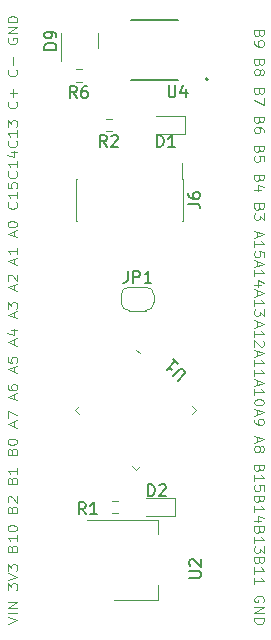
<source format=gbr>
%TF.GenerationSoftware,KiCad,Pcbnew,(6.0.1)*%
%TF.CreationDate,2022-02-14T12:01:51-05:00*%
%TF.ProjectId,demo,64656d6f-2e6b-4696-9361-645f70636258,rev?*%
%TF.SameCoordinates,Original*%
%TF.FileFunction,Legend,Top*%
%TF.FilePolarity,Positive*%
%FSLAX46Y46*%
G04 Gerber Fmt 4.6, Leading zero omitted, Abs format (unit mm)*
G04 Created by KiCad (PCBNEW (6.0.1)) date 2022-02-14 12:01:51*
%MOMM*%
%LPD*%
G01*
G04 APERTURE LIST*
%ADD10C,0.100000*%
%ADD11C,0.150000*%
%ADD12C,0.120000*%
%ADD13C,0.127000*%
%ADD14C,0.200000*%
G04 APERTURE END LIST*
D10*
X163950666Y-83959714D02*
X163950666Y-84388285D01*
X163722095Y-83874000D02*
X164522095Y-84174000D01*
X163722095Y-84474000D01*
X163722095Y-85245428D02*
X163722095Y-84731142D01*
X163722095Y-84988285D02*
X164522095Y-84988285D01*
X164407809Y-84902571D01*
X164331619Y-84816857D01*
X164293523Y-84731142D01*
X164445904Y-85588285D02*
X164484000Y-85631142D01*
X164522095Y-85716857D01*
X164522095Y-85931142D01*
X164484000Y-86016857D01*
X164445904Y-86059714D01*
X164369714Y-86102571D01*
X164293523Y-86102571D01*
X164179238Y-86059714D01*
X163722095Y-85545428D01*
X163722095Y-86102571D01*
X163950666Y-86445428D02*
X163950666Y-86874000D01*
X163722095Y-86359714D02*
X164522095Y-86659714D01*
X163722095Y-86959714D01*
X163722095Y-87731142D02*
X163722095Y-87216857D01*
X163722095Y-87474000D02*
X164522095Y-87474000D01*
X164407809Y-87388285D01*
X164331619Y-87302571D01*
X164293523Y-87216857D01*
X163722095Y-88588285D02*
X163722095Y-88074000D01*
X163722095Y-88331142D02*
X164522095Y-88331142D01*
X164407809Y-88245428D01*
X164331619Y-88159714D01*
X164293523Y-88074000D01*
X163950666Y-88931142D02*
X163950666Y-89359714D01*
X163722095Y-88845428D02*
X164522095Y-89145428D01*
X163722095Y-89445428D01*
X163722095Y-90216857D02*
X163722095Y-89702571D01*
X163722095Y-89959714D02*
X164522095Y-89959714D01*
X164407809Y-89874000D01*
X164331619Y-89788285D01*
X164293523Y-89702571D01*
X164522095Y-90774000D02*
X164522095Y-90859714D01*
X164484000Y-90945428D01*
X164445904Y-90988285D01*
X164369714Y-91031142D01*
X164217333Y-91074000D01*
X164026857Y-91074000D01*
X163874476Y-91031142D01*
X163798285Y-90988285D01*
X163760190Y-90945428D01*
X163722095Y-90859714D01*
X163722095Y-90774000D01*
X163760190Y-90688285D01*
X163798285Y-90645428D01*
X163874476Y-90602571D01*
X164026857Y-90559714D01*
X164217333Y-90559714D01*
X164369714Y-90602571D01*
X164445904Y-90645428D01*
X164484000Y-90688285D01*
X164522095Y-90774000D01*
X163950666Y-91416857D02*
X163950666Y-91845428D01*
X163722095Y-91331142D02*
X164522095Y-91631142D01*
X163722095Y-91931142D01*
X163722095Y-92274000D02*
X163722095Y-92445428D01*
X163760190Y-92531142D01*
X163798285Y-92574000D01*
X163912571Y-92659714D01*
X164064952Y-92702571D01*
X164369714Y-92702571D01*
X164445904Y-92659714D01*
X164484000Y-92616857D01*
X164522095Y-92531142D01*
X164522095Y-92359714D01*
X164484000Y-92274000D01*
X164445904Y-92231142D01*
X164369714Y-92188285D01*
X164179238Y-92188285D01*
X164103047Y-92231142D01*
X164064952Y-92274000D01*
X164026857Y-92359714D01*
X164026857Y-92531142D01*
X164064952Y-92616857D01*
X164103047Y-92659714D01*
X164179238Y-92702571D01*
X163950666Y-93731142D02*
X163950666Y-94159714D01*
X163722095Y-93645428D02*
X164522095Y-93945428D01*
X163722095Y-94245428D01*
X164179238Y-94674000D02*
X164217333Y-94588285D01*
X164255428Y-94545428D01*
X164331619Y-94502571D01*
X164369714Y-94502571D01*
X164445904Y-94545428D01*
X164484000Y-94588285D01*
X164522095Y-94674000D01*
X164522095Y-94845428D01*
X164484000Y-94931142D01*
X164445904Y-94974000D01*
X164369714Y-95016857D01*
X164331619Y-95016857D01*
X164255428Y-94974000D01*
X164217333Y-94931142D01*
X164179238Y-94845428D01*
X164179238Y-94674000D01*
X164141142Y-94588285D01*
X164103047Y-94545428D01*
X164026857Y-94502571D01*
X163874476Y-94502571D01*
X163798285Y-94545428D01*
X163760190Y-94588285D01*
X163722095Y-94674000D01*
X163722095Y-94845428D01*
X163760190Y-94931142D01*
X163798285Y-94974000D01*
X163874476Y-95016857D01*
X164026857Y-95016857D01*
X164103047Y-94974000D01*
X164141142Y-94931142D01*
X164179238Y-94845428D01*
X164141142Y-96388285D02*
X164103047Y-96516857D01*
X164064952Y-96559714D01*
X163988761Y-96602571D01*
X163874476Y-96602571D01*
X163798285Y-96559714D01*
X163760190Y-96516857D01*
X163722095Y-96431142D01*
X163722095Y-96088285D01*
X164522095Y-96088285D01*
X164522095Y-96388285D01*
X164484000Y-96473999D01*
X164445904Y-96516857D01*
X164369714Y-96559714D01*
X164293523Y-96559714D01*
X164217333Y-96516857D01*
X164179238Y-96473999D01*
X164141142Y-96388285D01*
X164141142Y-96088285D01*
X163722095Y-97459714D02*
X163722095Y-96945428D01*
X163722095Y-97202571D02*
X164522095Y-97202571D01*
X164407809Y-97116857D01*
X164331619Y-97031142D01*
X164293523Y-96945428D01*
X164522095Y-98273999D02*
X164522095Y-97845428D01*
X164141142Y-97802571D01*
X164179238Y-97845428D01*
X164217333Y-97931142D01*
X164217333Y-98145428D01*
X164179238Y-98231142D01*
X164141142Y-98273999D01*
X164064952Y-98316857D01*
X163874476Y-98316857D01*
X163798285Y-98273999D01*
X163760190Y-98231142D01*
X163722095Y-98145428D01*
X163722095Y-97931142D01*
X163760190Y-97845428D01*
X163798285Y-97802571D01*
X164141142Y-99002571D02*
X164103047Y-99131142D01*
X164064952Y-99173999D01*
X163988761Y-99216857D01*
X163874476Y-99216857D01*
X163798285Y-99173999D01*
X163760190Y-99131142D01*
X163722095Y-99045428D01*
X163722095Y-98702571D01*
X164522095Y-98702571D01*
X164522095Y-99002571D01*
X164484000Y-99088285D01*
X164445904Y-99131142D01*
X164369714Y-99173999D01*
X164293523Y-99173999D01*
X164217333Y-99131142D01*
X164179238Y-99088285D01*
X164141142Y-99002571D01*
X164141142Y-98702571D01*
X163722095Y-100073999D02*
X163722095Y-99559714D01*
X163722095Y-99816857D02*
X164522095Y-99816857D01*
X164407809Y-99731142D01*
X164331619Y-99645428D01*
X164293523Y-99559714D01*
X164255428Y-100845428D02*
X163722095Y-100845428D01*
X164560190Y-100631142D02*
X163988761Y-100416857D01*
X163988761Y-100973999D01*
X164141142Y-101616857D02*
X164103047Y-101745428D01*
X164064952Y-101788285D01*
X163988761Y-101831142D01*
X163874476Y-101831142D01*
X163798285Y-101788285D01*
X163760190Y-101745428D01*
X163722095Y-101659714D01*
X163722095Y-101316857D01*
X164522095Y-101316857D01*
X164522095Y-101616857D01*
X164484000Y-101702571D01*
X164445904Y-101745428D01*
X164369714Y-101788285D01*
X164293523Y-101788285D01*
X164217333Y-101745428D01*
X164179238Y-101702571D01*
X164141142Y-101616857D01*
X164141142Y-101316857D01*
X163722095Y-102688285D02*
X163722095Y-102173999D01*
X163722095Y-102431142D02*
X164522095Y-102431142D01*
X164407809Y-102345428D01*
X164331619Y-102259714D01*
X164293523Y-102173999D01*
X164522095Y-102988285D02*
X164522095Y-103545428D01*
X164217333Y-103245428D01*
X164217333Y-103373999D01*
X164179238Y-103459714D01*
X164141142Y-103502571D01*
X164064952Y-103545428D01*
X163874476Y-103545428D01*
X163798285Y-103502571D01*
X163760190Y-103459714D01*
X163722095Y-103373999D01*
X163722095Y-103116857D01*
X163760190Y-103031142D01*
X163798285Y-102988285D01*
X164141142Y-104231142D02*
X164103047Y-104359714D01*
X164064952Y-104402571D01*
X163988761Y-104445428D01*
X163874476Y-104445428D01*
X163798285Y-104402571D01*
X163760190Y-104359714D01*
X163722095Y-104274000D01*
X163722095Y-103931142D01*
X164522095Y-103931142D01*
X164522095Y-104231142D01*
X164484000Y-104316857D01*
X164445904Y-104359714D01*
X164369714Y-104402571D01*
X164293523Y-104402571D01*
X164217333Y-104359714D01*
X164179238Y-104316857D01*
X164141142Y-104231142D01*
X164141142Y-103931142D01*
X163722095Y-105302571D02*
X163722095Y-104788285D01*
X163722095Y-105045428D02*
X164522095Y-105045428D01*
X164407809Y-104959714D01*
X164331619Y-104874000D01*
X164293523Y-104788285D01*
X163722095Y-106159714D02*
X163722095Y-105645428D01*
X163722095Y-105902571D02*
X164522095Y-105902571D01*
X164407809Y-105816857D01*
X164331619Y-105731142D01*
X164293523Y-105645428D01*
X164484000Y-107702571D02*
X164522095Y-107616857D01*
X164522095Y-107488285D01*
X164484000Y-107359714D01*
X164407809Y-107274000D01*
X164331619Y-107231142D01*
X164179238Y-107188285D01*
X164064952Y-107188285D01*
X163912571Y-107231142D01*
X163836380Y-107274000D01*
X163760190Y-107359714D01*
X163722095Y-107488285D01*
X163722095Y-107574000D01*
X163760190Y-107702571D01*
X163798285Y-107745428D01*
X164064952Y-107745428D01*
X164064952Y-107574000D01*
X163722095Y-108131142D02*
X164522095Y-108131142D01*
X163722095Y-108645428D01*
X164522095Y-108645428D01*
X163722095Y-109074000D02*
X164522095Y-109074000D01*
X164522095Y-109288285D01*
X164484000Y-109416857D01*
X164407809Y-109502571D01*
X164331619Y-109545428D01*
X164179238Y-109588285D01*
X164064952Y-109588285D01*
X163912571Y-109545428D01*
X163836380Y-109502571D01*
X163760190Y-109416857D01*
X163722095Y-109288285D01*
X163722095Y-109074000D01*
X164141142Y-59609714D02*
X164103047Y-59738285D01*
X164064952Y-59781142D01*
X163988761Y-59824000D01*
X163874476Y-59824000D01*
X163798285Y-59781142D01*
X163760190Y-59738285D01*
X163722095Y-59652571D01*
X163722095Y-59309714D01*
X164522095Y-59309714D01*
X164522095Y-59609714D01*
X164484000Y-59695428D01*
X164445904Y-59738285D01*
X164369714Y-59781142D01*
X164293523Y-59781142D01*
X164217333Y-59738285D01*
X164179238Y-59695428D01*
X164141142Y-59609714D01*
X164141142Y-59309714D01*
X163722095Y-60252571D02*
X163722095Y-60424000D01*
X163760190Y-60509714D01*
X163798285Y-60552571D01*
X163912571Y-60638285D01*
X164064952Y-60681142D01*
X164369714Y-60681142D01*
X164445904Y-60638285D01*
X164484000Y-60595428D01*
X164522095Y-60509714D01*
X164522095Y-60338285D01*
X164484000Y-60252571D01*
X164445904Y-60209714D01*
X164369714Y-60166857D01*
X164179238Y-60166857D01*
X164103047Y-60209714D01*
X164064952Y-60252571D01*
X164026857Y-60338285D01*
X164026857Y-60509714D01*
X164064952Y-60595428D01*
X164103047Y-60638285D01*
X164179238Y-60681142D01*
X164141142Y-62052571D02*
X164103047Y-62181142D01*
X164064952Y-62224000D01*
X163988761Y-62266857D01*
X163874476Y-62266857D01*
X163798285Y-62224000D01*
X163760190Y-62181142D01*
X163722095Y-62095428D01*
X163722095Y-61752571D01*
X164522095Y-61752571D01*
X164522095Y-62052571D01*
X164484000Y-62138285D01*
X164445904Y-62181142D01*
X164369714Y-62224000D01*
X164293523Y-62224000D01*
X164217333Y-62181142D01*
X164179238Y-62138285D01*
X164141142Y-62052571D01*
X164141142Y-61752571D01*
X164179238Y-62781142D02*
X164217333Y-62695428D01*
X164255428Y-62652571D01*
X164331619Y-62609714D01*
X164369714Y-62609714D01*
X164445904Y-62652571D01*
X164484000Y-62695428D01*
X164522095Y-62781142D01*
X164522095Y-62952571D01*
X164484000Y-63038285D01*
X164445904Y-63081142D01*
X164369714Y-63124000D01*
X164331619Y-63124000D01*
X164255428Y-63081142D01*
X164217333Y-63038285D01*
X164179238Y-62952571D01*
X164179238Y-62781142D01*
X164141142Y-62695428D01*
X164103047Y-62652571D01*
X164026857Y-62609714D01*
X163874476Y-62609714D01*
X163798285Y-62652571D01*
X163760190Y-62695428D01*
X163722095Y-62781142D01*
X163722095Y-62952571D01*
X163760190Y-63038285D01*
X163798285Y-63081142D01*
X163874476Y-63124000D01*
X164026857Y-63124000D01*
X164103047Y-63081142D01*
X164141142Y-63038285D01*
X164179238Y-62952571D01*
X164141142Y-64495428D02*
X164103047Y-64624000D01*
X164064952Y-64666857D01*
X163988761Y-64709714D01*
X163874476Y-64709714D01*
X163798285Y-64666857D01*
X163760190Y-64624000D01*
X163722095Y-64538285D01*
X163722095Y-64195428D01*
X164522095Y-64195428D01*
X164522095Y-64495428D01*
X164484000Y-64581142D01*
X164445904Y-64624000D01*
X164369714Y-64666857D01*
X164293523Y-64666857D01*
X164217333Y-64624000D01*
X164179238Y-64581142D01*
X164141142Y-64495428D01*
X164141142Y-64195428D01*
X164522095Y-65009714D02*
X164522095Y-65609714D01*
X163722095Y-65224000D01*
X164141142Y-66938285D02*
X164103047Y-67066857D01*
X164064952Y-67109714D01*
X163988761Y-67152571D01*
X163874476Y-67152571D01*
X163798285Y-67109714D01*
X163760190Y-67066857D01*
X163722095Y-66981142D01*
X163722095Y-66638285D01*
X164522095Y-66638285D01*
X164522095Y-66938285D01*
X164484000Y-67024000D01*
X164445904Y-67066857D01*
X164369714Y-67109714D01*
X164293523Y-67109714D01*
X164217333Y-67066857D01*
X164179238Y-67024000D01*
X164141142Y-66938285D01*
X164141142Y-66638285D01*
X164522095Y-67924000D02*
X164522095Y-67752571D01*
X164484000Y-67666857D01*
X164445904Y-67624000D01*
X164331619Y-67538285D01*
X164179238Y-67495428D01*
X163874476Y-67495428D01*
X163798285Y-67538285D01*
X163760190Y-67581142D01*
X163722095Y-67666857D01*
X163722095Y-67838285D01*
X163760190Y-67924000D01*
X163798285Y-67966857D01*
X163874476Y-68009714D01*
X164064952Y-68009714D01*
X164141142Y-67966857D01*
X164179238Y-67924000D01*
X164217333Y-67838285D01*
X164217333Y-67666857D01*
X164179238Y-67581142D01*
X164141142Y-67538285D01*
X164064952Y-67495428D01*
X164141142Y-69381142D02*
X164103047Y-69509714D01*
X164064952Y-69552571D01*
X163988761Y-69595428D01*
X163874476Y-69595428D01*
X163798285Y-69552571D01*
X163760190Y-69509714D01*
X163722095Y-69424000D01*
X163722095Y-69081142D01*
X164522095Y-69081142D01*
X164522095Y-69381142D01*
X164484000Y-69466857D01*
X164445904Y-69509714D01*
X164369714Y-69552571D01*
X164293523Y-69552571D01*
X164217333Y-69509714D01*
X164179238Y-69466857D01*
X164141142Y-69381142D01*
X164141142Y-69081142D01*
X164522095Y-70409714D02*
X164522095Y-69981142D01*
X164141142Y-69938285D01*
X164179238Y-69981142D01*
X164217333Y-70066857D01*
X164217333Y-70281142D01*
X164179238Y-70366857D01*
X164141142Y-70409714D01*
X164064952Y-70452571D01*
X163874476Y-70452571D01*
X163798285Y-70409714D01*
X163760190Y-70366857D01*
X163722095Y-70281142D01*
X163722095Y-70066857D01*
X163760190Y-69981142D01*
X163798285Y-69938285D01*
X164141142Y-71824000D02*
X164103047Y-71952571D01*
X164064952Y-71995428D01*
X163988761Y-72038285D01*
X163874476Y-72038285D01*
X163798285Y-71995428D01*
X163760190Y-71952571D01*
X163722095Y-71866857D01*
X163722095Y-71524000D01*
X164522095Y-71524000D01*
X164522095Y-71824000D01*
X164484000Y-71909714D01*
X164445904Y-71952571D01*
X164369714Y-71995428D01*
X164293523Y-71995428D01*
X164217333Y-71952571D01*
X164179238Y-71909714D01*
X164141142Y-71824000D01*
X164141142Y-71524000D01*
X164255428Y-72809714D02*
X163722095Y-72809714D01*
X164560190Y-72595428D02*
X163988761Y-72381142D01*
X163988761Y-72938285D01*
X164141142Y-74266857D02*
X164103047Y-74395428D01*
X164064952Y-74438285D01*
X163988761Y-74481142D01*
X163874476Y-74481142D01*
X163798285Y-74438285D01*
X163760190Y-74395428D01*
X163722095Y-74309714D01*
X163722095Y-73966857D01*
X164522095Y-73966857D01*
X164522095Y-74266857D01*
X164484000Y-74352571D01*
X164445904Y-74395428D01*
X164369714Y-74438285D01*
X164293523Y-74438285D01*
X164217333Y-74395428D01*
X164179238Y-74352571D01*
X164141142Y-74266857D01*
X164141142Y-73966857D01*
X164522095Y-74781142D02*
X164522095Y-75338285D01*
X164217333Y-75038285D01*
X164217333Y-75166857D01*
X164179238Y-75252571D01*
X164141142Y-75295428D01*
X164064952Y-75338285D01*
X163874476Y-75338285D01*
X163798285Y-75295428D01*
X163760190Y-75252571D01*
X163722095Y-75166857D01*
X163722095Y-74909714D01*
X163760190Y-74824000D01*
X163798285Y-74781142D01*
X163950666Y-76366857D02*
X163950666Y-76795428D01*
X163722095Y-76281142D02*
X164522095Y-76581142D01*
X163722095Y-76881142D01*
X163722095Y-77652571D02*
X163722095Y-77138285D01*
X163722095Y-77395428D02*
X164522095Y-77395428D01*
X164407809Y-77309714D01*
X164331619Y-77224000D01*
X164293523Y-77138285D01*
X164522095Y-78466857D02*
X164522095Y-78038285D01*
X164141142Y-77995428D01*
X164179238Y-78038285D01*
X164217333Y-78124000D01*
X164217333Y-78338285D01*
X164179238Y-78424000D01*
X164141142Y-78466857D01*
X164064952Y-78509714D01*
X163874476Y-78509714D01*
X163798285Y-78466857D01*
X163760190Y-78424000D01*
X163722095Y-78338285D01*
X163722095Y-78124000D01*
X163760190Y-78038285D01*
X163798285Y-77995428D01*
X163950666Y-78852571D02*
X163950666Y-79281142D01*
X163722095Y-78766857D02*
X164522095Y-79066857D01*
X163722095Y-79366857D01*
X163722095Y-80138285D02*
X163722095Y-79624000D01*
X163722095Y-79881142D02*
X164522095Y-79881142D01*
X164407809Y-79795428D01*
X164331619Y-79709714D01*
X164293523Y-79624000D01*
X164255428Y-80909714D02*
X163722095Y-80909714D01*
X164560190Y-80695428D02*
X163988761Y-80481142D01*
X163988761Y-81038285D01*
X163950666Y-81338285D02*
X163950666Y-81766857D01*
X163722095Y-81252571D02*
X164522095Y-81552571D01*
X163722095Y-81852571D01*
X163722095Y-82624000D02*
X163722095Y-82109714D01*
X163722095Y-82366857D02*
X164522095Y-82366857D01*
X164407809Y-82281142D01*
X164331619Y-82195428D01*
X164293523Y-82109714D01*
X164522095Y-82924000D02*
X164522095Y-83481142D01*
X164217333Y-83181142D01*
X164217333Y-83309714D01*
X164179238Y-83395428D01*
X164141142Y-83438285D01*
X164064952Y-83481142D01*
X163874476Y-83481142D01*
X163798285Y-83438285D01*
X163760190Y-83395428D01*
X163722095Y-83309714D01*
X163722095Y-83052571D01*
X163760190Y-82966857D01*
X163798285Y-82924000D01*
X142817904Y-109570571D02*
X143617904Y-109270571D01*
X142817904Y-108970571D01*
X143617904Y-108670571D02*
X142817904Y-108670571D01*
X143617904Y-108242000D02*
X142817904Y-108242000D01*
X143617904Y-107727714D01*
X142817904Y-107727714D01*
X142817904Y-106699142D02*
X142817904Y-106142000D01*
X143122666Y-106442000D01*
X143122666Y-106313428D01*
X143160761Y-106227714D01*
X143198857Y-106184857D01*
X143275047Y-106142000D01*
X143465523Y-106142000D01*
X143541714Y-106184857D01*
X143579809Y-106227714D01*
X143617904Y-106313428D01*
X143617904Y-106570571D01*
X143579809Y-106656285D01*
X143541714Y-106699142D01*
X142817904Y-105884857D02*
X143617904Y-105584857D01*
X142817904Y-105284857D01*
X142817904Y-105070571D02*
X142817904Y-104513428D01*
X143122666Y-104813428D01*
X143122666Y-104684857D01*
X143160761Y-104599142D01*
X143198857Y-104556285D01*
X143275047Y-104513428D01*
X143465523Y-104513428D01*
X143541714Y-104556285D01*
X143579809Y-104599142D01*
X143617904Y-104684857D01*
X143617904Y-104942000D01*
X143579809Y-105027714D01*
X143541714Y-105070571D01*
X143198857Y-103142000D02*
X143236952Y-103013428D01*
X143275047Y-102970571D01*
X143351238Y-102927714D01*
X143465523Y-102927714D01*
X143541714Y-102970571D01*
X143579809Y-103013428D01*
X143617904Y-103099142D01*
X143617904Y-103442000D01*
X142817904Y-103442000D01*
X142817904Y-103142000D01*
X142856000Y-103056285D01*
X142894095Y-103013428D01*
X142970285Y-102970571D01*
X143046476Y-102970571D01*
X143122666Y-103013428D01*
X143160761Y-103056285D01*
X143198857Y-103142000D01*
X143198857Y-103442000D01*
X143617904Y-102070571D02*
X143617904Y-102584857D01*
X143617904Y-102327714D02*
X142817904Y-102327714D01*
X142932190Y-102413428D01*
X143008380Y-102499142D01*
X143046476Y-102584857D01*
X142817904Y-101513428D02*
X142817904Y-101427714D01*
X142856000Y-101342000D01*
X142894095Y-101299142D01*
X142970285Y-101256285D01*
X143122666Y-101213428D01*
X143313142Y-101213428D01*
X143465523Y-101256285D01*
X143541714Y-101299142D01*
X143579809Y-101342000D01*
X143617904Y-101427714D01*
X143617904Y-101513428D01*
X143579809Y-101599142D01*
X143541714Y-101642000D01*
X143465523Y-101684857D01*
X143313142Y-101727714D01*
X143122666Y-101727714D01*
X142970285Y-101684857D01*
X142894095Y-101642000D01*
X142856000Y-101599142D01*
X142817904Y-101513428D01*
X143198857Y-99842000D02*
X143236952Y-99713428D01*
X143275047Y-99670571D01*
X143351238Y-99627714D01*
X143465523Y-99627714D01*
X143541714Y-99670571D01*
X143579809Y-99713428D01*
X143617904Y-99799142D01*
X143617904Y-100142000D01*
X142817904Y-100142000D01*
X142817904Y-99842000D01*
X142856000Y-99756285D01*
X142894095Y-99713428D01*
X142970285Y-99670571D01*
X143046476Y-99670571D01*
X143122666Y-99713428D01*
X143160761Y-99756285D01*
X143198857Y-99842000D01*
X143198857Y-100142000D01*
X142894095Y-99284857D02*
X142856000Y-99242000D01*
X142817904Y-99156285D01*
X142817904Y-98942000D01*
X142856000Y-98856285D01*
X142894095Y-98813428D01*
X142970285Y-98770571D01*
X143046476Y-98770571D01*
X143160761Y-98813428D01*
X143617904Y-99327714D01*
X143617904Y-98770571D01*
X143198857Y-97399142D02*
X143236952Y-97270571D01*
X143275047Y-97227714D01*
X143351238Y-97184857D01*
X143465523Y-97184857D01*
X143541714Y-97227714D01*
X143579809Y-97270571D01*
X143617904Y-97356285D01*
X143617904Y-97699142D01*
X142817904Y-97699142D01*
X142817904Y-97399142D01*
X142856000Y-97313428D01*
X142894095Y-97270571D01*
X142970285Y-97227714D01*
X143046476Y-97227714D01*
X143122666Y-97270571D01*
X143160761Y-97313428D01*
X143198857Y-97399142D01*
X143198857Y-97699142D01*
X143617904Y-96327714D02*
X143617904Y-96842000D01*
X143617904Y-96584857D02*
X142817904Y-96584857D01*
X142932190Y-96670571D01*
X143008380Y-96756285D01*
X143046476Y-96842000D01*
X143198857Y-94956285D02*
X143236952Y-94827714D01*
X143275047Y-94784857D01*
X143351238Y-94742000D01*
X143465523Y-94742000D01*
X143541714Y-94784857D01*
X143579809Y-94827714D01*
X143617904Y-94913428D01*
X143617904Y-95256285D01*
X142817904Y-95256285D01*
X142817904Y-94956285D01*
X142856000Y-94870571D01*
X142894095Y-94827714D01*
X142970285Y-94784857D01*
X143046476Y-94784857D01*
X143122666Y-94827714D01*
X143160761Y-94870571D01*
X143198857Y-94956285D01*
X143198857Y-95256285D01*
X142817904Y-94184857D02*
X142817904Y-94099142D01*
X142856000Y-94013428D01*
X142894095Y-93970571D01*
X142970285Y-93927714D01*
X143122666Y-93884857D01*
X143313142Y-93884857D01*
X143465523Y-93927714D01*
X143541714Y-93970571D01*
X143579809Y-94013428D01*
X143617904Y-94099142D01*
X143617904Y-94184857D01*
X143579809Y-94270571D01*
X143541714Y-94313428D01*
X143465523Y-94356285D01*
X143313142Y-94399142D01*
X143122666Y-94399142D01*
X142970285Y-94356285D01*
X142894095Y-94313428D01*
X142856000Y-94270571D01*
X142817904Y-94184857D01*
X143389333Y-92856285D02*
X143389333Y-92427714D01*
X143617904Y-92942000D02*
X142817904Y-92642000D01*
X143617904Y-92342000D01*
X142817904Y-92127714D02*
X142817904Y-91527714D01*
X143617904Y-91913428D01*
X143389333Y-90542000D02*
X143389333Y-90113428D01*
X143617904Y-90627714D02*
X142817904Y-90327714D01*
X143617904Y-90027714D01*
X142817904Y-89342000D02*
X142817904Y-89513428D01*
X142856000Y-89599142D01*
X142894095Y-89642000D01*
X143008380Y-89727714D01*
X143160761Y-89770571D01*
X143465523Y-89770571D01*
X143541714Y-89727714D01*
X143579809Y-89684857D01*
X143617904Y-89599142D01*
X143617904Y-89427714D01*
X143579809Y-89342000D01*
X143541714Y-89299142D01*
X143465523Y-89256285D01*
X143275047Y-89256285D01*
X143198857Y-89299142D01*
X143160761Y-89342000D01*
X143122666Y-89427714D01*
X143122666Y-89599142D01*
X143160761Y-89684857D01*
X143198857Y-89727714D01*
X143275047Y-89770571D01*
X143389333Y-88227714D02*
X143389333Y-87799142D01*
X143617904Y-88313428D02*
X142817904Y-88013428D01*
X143617904Y-87713428D01*
X142817904Y-86984857D02*
X142817904Y-87413428D01*
X143198857Y-87456285D01*
X143160761Y-87413428D01*
X143122666Y-87327714D01*
X143122666Y-87113428D01*
X143160761Y-87027714D01*
X143198857Y-86984857D01*
X143275047Y-86942000D01*
X143465523Y-86942000D01*
X143541714Y-86984857D01*
X143579809Y-87027714D01*
X143617904Y-87113428D01*
X143617904Y-87327714D01*
X143579809Y-87413428D01*
X143541714Y-87456285D01*
X143389333Y-85913428D02*
X143389333Y-85484857D01*
X143617904Y-85999142D02*
X142817904Y-85699142D01*
X143617904Y-85399142D01*
X143084571Y-84713428D02*
X143617904Y-84713428D01*
X142779809Y-84927714D02*
X143351238Y-85142000D01*
X143351238Y-84584857D01*
X143389333Y-83599142D02*
X143389333Y-83170571D01*
X143617904Y-83684857D02*
X142817904Y-83384857D01*
X143617904Y-83084857D01*
X142817904Y-82870571D02*
X142817904Y-82313428D01*
X143122666Y-82613428D01*
X143122666Y-82484857D01*
X143160761Y-82399142D01*
X143198857Y-82356285D01*
X143275047Y-82313428D01*
X143465523Y-82313428D01*
X143541714Y-82356285D01*
X143579809Y-82399142D01*
X143617904Y-82484857D01*
X143617904Y-82742000D01*
X143579809Y-82827714D01*
X143541714Y-82870571D01*
X143389333Y-81284857D02*
X143389333Y-80856285D01*
X143617904Y-81370571D02*
X142817904Y-81070571D01*
X143617904Y-80770571D01*
X142894095Y-80513428D02*
X142856000Y-80470571D01*
X142817904Y-80384857D01*
X142817904Y-80170571D01*
X142856000Y-80084857D01*
X142894095Y-80042000D01*
X142970285Y-79999142D01*
X143046476Y-79999142D01*
X143160761Y-80042000D01*
X143617904Y-80556285D01*
X143617904Y-79999142D01*
X143389333Y-79058571D02*
X143389333Y-78630000D01*
X143617904Y-79144285D02*
X142817904Y-78844285D01*
X143617904Y-78544285D01*
X143617904Y-77772857D02*
X143617904Y-78287142D01*
X143617904Y-78030000D02*
X142817904Y-78030000D01*
X142932190Y-78115714D01*
X143008380Y-78201428D01*
X143046476Y-78287142D01*
X143389333Y-76744285D02*
X143389333Y-76315714D01*
X143617904Y-76830000D02*
X142817904Y-76530000D01*
X143617904Y-76230000D01*
X142817904Y-75758571D02*
X142817904Y-75672857D01*
X142856000Y-75587142D01*
X142894095Y-75544285D01*
X142970285Y-75501428D01*
X143122666Y-75458571D01*
X143313142Y-75458571D01*
X143465523Y-75501428D01*
X143541714Y-75544285D01*
X143579809Y-75587142D01*
X143617904Y-75672857D01*
X143617904Y-75758571D01*
X143579809Y-75844285D01*
X143541714Y-75887142D01*
X143465523Y-75930000D01*
X143313142Y-75972857D01*
X143122666Y-75972857D01*
X142970285Y-75930000D01*
X142894095Y-75887142D01*
X142856000Y-75844285D01*
X142817904Y-75758571D01*
X143541714Y-73872857D02*
X143579809Y-73915714D01*
X143617904Y-74044285D01*
X143617904Y-74130000D01*
X143579809Y-74258571D01*
X143503619Y-74344285D01*
X143427428Y-74387142D01*
X143275047Y-74430000D01*
X143160761Y-74430000D01*
X143008380Y-74387142D01*
X142932190Y-74344285D01*
X142856000Y-74258571D01*
X142817904Y-74130000D01*
X142817904Y-74044285D01*
X142856000Y-73915714D01*
X142894095Y-73872857D01*
X143617904Y-73015714D02*
X143617904Y-73530000D01*
X143617904Y-73272857D02*
X142817904Y-73272857D01*
X142932190Y-73358571D01*
X143008380Y-73444285D01*
X143046476Y-73530000D01*
X142817904Y-72201428D02*
X142817904Y-72630000D01*
X143198857Y-72672857D01*
X143160761Y-72630000D01*
X143122666Y-72544285D01*
X143122666Y-72330000D01*
X143160761Y-72244285D01*
X143198857Y-72201428D01*
X143275047Y-72158571D01*
X143465523Y-72158571D01*
X143541714Y-72201428D01*
X143579809Y-72244285D01*
X143617904Y-72330000D01*
X143617904Y-72544285D01*
X143579809Y-72630000D01*
X143541714Y-72672857D01*
X143541714Y-71258571D02*
X143579809Y-71301428D01*
X143617904Y-71430000D01*
X143617904Y-71515714D01*
X143579809Y-71644285D01*
X143503619Y-71730000D01*
X143427428Y-71772857D01*
X143275047Y-71815714D01*
X143160761Y-71815714D01*
X143008380Y-71772857D01*
X142932190Y-71730000D01*
X142856000Y-71644285D01*
X142817904Y-71515714D01*
X142817904Y-71430000D01*
X142856000Y-71301428D01*
X142894095Y-71258571D01*
X143617904Y-70401428D02*
X143617904Y-70915714D01*
X143617904Y-70658571D02*
X142817904Y-70658571D01*
X142932190Y-70744285D01*
X143008380Y-70830000D01*
X143046476Y-70915714D01*
X143084571Y-69630000D02*
X143617904Y-69630000D01*
X142779809Y-69844285D02*
X143351238Y-70058571D01*
X143351238Y-69501428D01*
X143541714Y-68644285D02*
X143579809Y-68687142D01*
X143617904Y-68815714D01*
X143617904Y-68901428D01*
X143579809Y-69030000D01*
X143503619Y-69115714D01*
X143427428Y-69158571D01*
X143275047Y-69201428D01*
X143160761Y-69201428D01*
X143008380Y-69158571D01*
X142932190Y-69115714D01*
X142856000Y-69030000D01*
X142817904Y-68901428D01*
X142817904Y-68815714D01*
X142856000Y-68687142D01*
X142894095Y-68644285D01*
X143617904Y-67787142D02*
X143617904Y-68301428D01*
X143617904Y-68044285D02*
X142817904Y-68044285D01*
X142932190Y-68130000D01*
X143008380Y-68215714D01*
X143046476Y-68301428D01*
X142817904Y-67487142D02*
X142817904Y-66930000D01*
X143122666Y-67230000D01*
X143122666Y-67101428D01*
X143160761Y-67015714D01*
X143198857Y-66972857D01*
X143275047Y-66930000D01*
X143465523Y-66930000D01*
X143541714Y-66972857D01*
X143579809Y-67015714D01*
X143617904Y-67101428D01*
X143617904Y-67358571D01*
X143579809Y-67444285D01*
X143541714Y-67487142D01*
X143541714Y-65344285D02*
X143579809Y-65387142D01*
X143617904Y-65515714D01*
X143617904Y-65601428D01*
X143579809Y-65730000D01*
X143503619Y-65815714D01*
X143427428Y-65858571D01*
X143275047Y-65901428D01*
X143160761Y-65901428D01*
X143008380Y-65858571D01*
X142932190Y-65815714D01*
X142856000Y-65730000D01*
X142817904Y-65601428D01*
X142817904Y-65515714D01*
X142856000Y-65387142D01*
X142894095Y-65344285D01*
X143313142Y-64958571D02*
X143313142Y-64272857D01*
X143617904Y-64615714D02*
X143008380Y-64615714D01*
X143541714Y-62644285D02*
X143579809Y-62687142D01*
X143617904Y-62815714D01*
X143617904Y-62901428D01*
X143579809Y-63030000D01*
X143503619Y-63115714D01*
X143427428Y-63158571D01*
X143275047Y-63201428D01*
X143160761Y-63201428D01*
X143008380Y-63158571D01*
X142932190Y-63115714D01*
X142856000Y-63030000D01*
X142817904Y-62901428D01*
X142817904Y-62815714D01*
X142856000Y-62687142D01*
X142894095Y-62644285D01*
X143313142Y-62258571D02*
X143313142Y-61572857D01*
X142856000Y-59987142D02*
X142817904Y-60072857D01*
X142817904Y-60201428D01*
X142856000Y-60330000D01*
X142932190Y-60415714D01*
X143008380Y-60458571D01*
X143160761Y-60501428D01*
X143275047Y-60501428D01*
X143427428Y-60458571D01*
X143503619Y-60415714D01*
X143579809Y-60330000D01*
X143617904Y-60201428D01*
X143617904Y-60115714D01*
X143579809Y-59987142D01*
X143541714Y-59944285D01*
X143275047Y-59944285D01*
X143275047Y-60115714D01*
X143617904Y-59558571D02*
X142817904Y-59558571D01*
X143617904Y-59044285D01*
X142817904Y-59044285D01*
X143617904Y-58615714D02*
X142817904Y-58615714D01*
X142817904Y-58401428D01*
X142856000Y-58272857D01*
X142932190Y-58187142D01*
X143008380Y-58144285D01*
X143160761Y-58101428D01*
X143275047Y-58101428D01*
X143427428Y-58144285D01*
X143503619Y-58187142D01*
X143579809Y-58272857D01*
X143617904Y-58401428D01*
X143617904Y-58615714D01*
D11*
%TO.C,D2*%
X154709904Y-98750380D02*
X154709904Y-97750380D01*
X154948000Y-97750380D01*
X155090857Y-97798000D01*
X155186095Y-97893238D01*
X155233714Y-97988476D01*
X155281333Y-98178952D01*
X155281333Y-98321809D01*
X155233714Y-98512285D01*
X155186095Y-98607523D01*
X155090857Y-98702761D01*
X154948000Y-98750380D01*
X154709904Y-98750380D01*
X155662285Y-97845619D02*
X155709904Y-97798000D01*
X155805142Y-97750380D01*
X156043238Y-97750380D01*
X156138476Y-97798000D01*
X156186095Y-97845619D01*
X156233714Y-97940857D01*
X156233714Y-98036095D01*
X156186095Y-98178952D01*
X155614666Y-98750380D01*
X156233714Y-98750380D01*
%TO.C,R1*%
X149439333Y-100274380D02*
X149106000Y-99798190D01*
X148867904Y-100274380D02*
X148867904Y-99274380D01*
X149248857Y-99274380D01*
X149344095Y-99322000D01*
X149391714Y-99369619D01*
X149439333Y-99464857D01*
X149439333Y-99607714D01*
X149391714Y-99702952D01*
X149344095Y-99750571D01*
X149248857Y-99798190D01*
X148867904Y-99798190D01*
X150391714Y-100274380D02*
X149820285Y-100274380D01*
X150106000Y-100274380D02*
X150106000Y-99274380D01*
X150010761Y-99417238D01*
X149915523Y-99512476D01*
X149820285Y-99560095D01*
%TO.C,R2*%
X151217333Y-69192380D02*
X150884000Y-68716190D01*
X150645904Y-69192380D02*
X150645904Y-68192380D01*
X151026857Y-68192380D01*
X151122095Y-68240000D01*
X151169714Y-68287619D01*
X151217333Y-68382857D01*
X151217333Y-68525714D01*
X151169714Y-68620952D01*
X151122095Y-68668571D01*
X151026857Y-68716190D01*
X150645904Y-68716190D01*
X151598285Y-68287619D02*
X151645904Y-68240000D01*
X151741142Y-68192380D01*
X151979238Y-68192380D01*
X152074476Y-68240000D01*
X152122095Y-68287619D01*
X152169714Y-68382857D01*
X152169714Y-68478095D01*
X152122095Y-68620952D01*
X151550666Y-69192380D01*
X152169714Y-69192380D01*
%TO.C,U4*%
X156464095Y-63968380D02*
X156464095Y-64777904D01*
X156511714Y-64873142D01*
X156559333Y-64920761D01*
X156654571Y-64968380D01*
X156845047Y-64968380D01*
X156940285Y-64920761D01*
X156987904Y-64873142D01*
X157035523Y-64777904D01*
X157035523Y-63968380D01*
X157940285Y-64301714D02*
X157940285Y-64968380D01*
X157702190Y-63920761D02*
X157464095Y-64635047D01*
X158083142Y-64635047D01*
%TO.C,JP1*%
X152989066Y-79694380D02*
X152989066Y-80408666D01*
X152941447Y-80551523D01*
X152846209Y-80646761D01*
X152703352Y-80694380D01*
X152608114Y-80694380D01*
X153465257Y-80694380D02*
X153465257Y-79694380D01*
X153846209Y-79694380D01*
X153941447Y-79742000D01*
X153989066Y-79789619D01*
X154036685Y-79884857D01*
X154036685Y-80027714D01*
X153989066Y-80122952D01*
X153941447Y-80170571D01*
X153846209Y-80218190D01*
X153465257Y-80218190D01*
X154989066Y-80694380D02*
X154417638Y-80694380D01*
X154703352Y-80694380D02*
X154703352Y-79694380D01*
X154608114Y-79837238D01*
X154512876Y-79932476D01*
X154417638Y-79980095D01*
%TO.C,U1*%
X157229777Y-88957718D02*
X157802197Y-88385298D01*
X157835869Y-88284283D01*
X157835869Y-88216939D01*
X157802197Y-88115924D01*
X157667510Y-87981237D01*
X157566495Y-87947565D01*
X157499151Y-87947565D01*
X157398136Y-87981237D01*
X156825716Y-88553657D01*
X156825716Y-87139443D02*
X157229777Y-87543504D01*
X157027747Y-87341474D02*
X156320640Y-88048580D01*
X156488999Y-88014909D01*
X156623686Y-88014909D01*
X156724701Y-88048580D01*
%TO.C,R6*%
X148677333Y-65026780D02*
X148344000Y-64550590D01*
X148105904Y-65026780D02*
X148105904Y-64026780D01*
X148486857Y-64026780D01*
X148582095Y-64074400D01*
X148629714Y-64122019D01*
X148677333Y-64217257D01*
X148677333Y-64360114D01*
X148629714Y-64455352D01*
X148582095Y-64502971D01*
X148486857Y-64550590D01*
X148105904Y-64550590D01*
X149534476Y-64026780D02*
X149344000Y-64026780D01*
X149248761Y-64074400D01*
X149201142Y-64122019D01*
X149105904Y-64264876D01*
X149058285Y-64455352D01*
X149058285Y-64836304D01*
X149105904Y-64931542D01*
X149153523Y-64979161D01*
X149248761Y-65026780D01*
X149439238Y-65026780D01*
X149534476Y-64979161D01*
X149582095Y-64931542D01*
X149629714Y-64836304D01*
X149629714Y-64598209D01*
X149582095Y-64502971D01*
X149534476Y-64455352D01*
X149439238Y-64407733D01*
X149248761Y-64407733D01*
X149153523Y-64455352D01*
X149105904Y-64502971D01*
X149058285Y-64598209D01*
%TO.C,U2*%
X158202380Y-105663904D02*
X159011904Y-105663904D01*
X159107142Y-105616285D01*
X159154761Y-105568666D01*
X159202380Y-105473428D01*
X159202380Y-105282952D01*
X159154761Y-105187714D01*
X159107142Y-105140095D01*
X159011904Y-105092476D01*
X158202380Y-105092476D01*
X158297619Y-104663904D02*
X158250000Y-104616285D01*
X158202380Y-104521047D01*
X158202380Y-104282952D01*
X158250000Y-104187714D01*
X158297619Y-104140095D01*
X158392857Y-104092476D01*
X158488095Y-104092476D01*
X158630952Y-104140095D01*
X159202380Y-104711523D01*
X159202380Y-104092476D01*
%TO.C,J6*%
X158119380Y-73993333D02*
X158833666Y-73993333D01*
X158976523Y-74040952D01*
X159071761Y-74136190D01*
X159119380Y-74279047D01*
X159119380Y-74374285D01*
X158119380Y-73088571D02*
X158119380Y-73279047D01*
X158167000Y-73374285D01*
X158214619Y-73421904D01*
X158357476Y-73517142D01*
X158547952Y-73564761D01*
X158928904Y-73564761D01*
X159024142Y-73517142D01*
X159071761Y-73469523D01*
X159119380Y-73374285D01*
X159119380Y-73183809D01*
X159071761Y-73088571D01*
X159024142Y-73040952D01*
X158928904Y-72993333D01*
X158690809Y-72993333D01*
X158595571Y-73040952D01*
X158547952Y-73088571D01*
X158500333Y-73183809D01*
X158500333Y-73374285D01*
X158547952Y-73469523D01*
X158595571Y-73517142D01*
X158690809Y-73564761D01*
%TO.C,D9*%
X146947180Y-60936095D02*
X145947180Y-60936095D01*
X145947180Y-60698000D01*
X145994800Y-60555142D01*
X146090038Y-60459904D01*
X146185276Y-60412285D01*
X146375752Y-60364666D01*
X146518609Y-60364666D01*
X146709085Y-60412285D01*
X146804323Y-60459904D01*
X146899561Y-60555142D01*
X146947180Y-60698000D01*
X146947180Y-60936095D01*
X146947180Y-59888476D02*
X146947180Y-59698000D01*
X146899561Y-59602761D01*
X146851942Y-59555142D01*
X146709085Y-59459904D01*
X146518609Y-59412285D01*
X146137657Y-59412285D01*
X146042419Y-59459904D01*
X145994800Y-59507523D01*
X145947180Y-59602761D01*
X145947180Y-59793238D01*
X145994800Y-59888476D01*
X146042419Y-59936095D01*
X146137657Y-59983714D01*
X146375752Y-59983714D01*
X146470990Y-59936095D01*
X146518609Y-59888476D01*
X146566228Y-59793238D01*
X146566228Y-59602761D01*
X146518609Y-59507523D01*
X146470990Y-59459904D01*
X146375752Y-59412285D01*
%TO.C,D1*%
X155471904Y-69192380D02*
X155471904Y-68192380D01*
X155710000Y-68192380D01*
X155852857Y-68240000D01*
X155948095Y-68335238D01*
X155995714Y-68430476D01*
X156043333Y-68620952D01*
X156043333Y-68763809D01*
X155995714Y-68954285D01*
X155948095Y-69049523D01*
X155852857Y-69144761D01*
X155710000Y-69192380D01*
X155471904Y-69192380D01*
X156995714Y-69192380D02*
X156424285Y-69192380D01*
X156710000Y-69192380D02*
X156710000Y-68192380D01*
X156614761Y-68335238D01*
X156519523Y-68430476D01*
X156424285Y-68478095D01*
D12*
%TO.C,D2*%
X157017800Y-98934600D02*
X154557800Y-98934600D01*
X157017800Y-100404600D02*
X157017800Y-98934600D01*
X154557800Y-100404600D02*
X157017800Y-100404600D01*
%TO.C,R1*%
X152146724Y-100192100D02*
X151637276Y-100192100D01*
X152146724Y-99147100D02*
X151637276Y-99147100D01*
%TO.C,R2*%
X151638724Y-66787500D02*
X151129276Y-66787500D01*
X151638724Y-67832500D02*
X151129276Y-67832500D01*
D13*
%TO.C,U4*%
X157247000Y-63480000D02*
X153247000Y-63480000D01*
X157247000Y-58440000D02*
X153247000Y-58440000D01*
D14*
X159792000Y-63455000D02*
G75*
G03*
X159792000Y-63455000I-100000J0D01*
G01*
D12*
%TO.C,JP1*%
X153122400Y-81042000D02*
X154522400Y-81042000D01*
X152422400Y-82342000D02*
X152422400Y-81742000D01*
X155222400Y-81742000D02*
X155222400Y-82342000D01*
X154522400Y-83042000D02*
X153122400Y-83042000D01*
X153122400Y-81042000D02*
G75*
G03*
X152422400Y-81742000I-1J-699999D01*
G01*
X154522400Y-83042000D02*
G75*
G03*
X155222400Y-82342000I1J699999D01*
G01*
X155222400Y-81742000D02*
G75*
G03*
X154522400Y-81042000I-699999J1D01*
G01*
X152422400Y-82342000D02*
G75*
G03*
X153122400Y-83042000I699999J-1D01*
G01*
%TO.C,U1*%
X158439435Y-91104124D02*
X158775311Y-91440000D01*
X148900565Y-91775876D02*
X148564689Y-91440000D01*
X148564689Y-91440000D02*
X148900565Y-91104124D01*
X153670000Y-96545311D02*
X154005876Y-96209435D01*
X154005876Y-86670565D02*
X153670000Y-86334689D01*
X153334124Y-96209435D02*
X153670000Y-96545311D01*
X158775311Y-91440000D02*
X158439435Y-91775876D01*
%TO.C,R6*%
X149098724Y-62621900D02*
X148589276Y-62621900D01*
X149098724Y-63666900D02*
X148589276Y-63666900D01*
%TO.C,U2*%
X155580000Y-107550000D02*
X155580000Y-106290000D01*
X149570000Y-100730000D02*
X155580000Y-100730000D01*
X155580000Y-100730000D02*
X155580000Y-101990000D01*
X151820000Y-107550000D02*
X155580000Y-107550000D01*
%TO.C,J6*%
X148657000Y-71895000D02*
X148657000Y-75425000D01*
X157667000Y-75425000D02*
X157602000Y-75425000D01*
X148722000Y-75425000D02*
X148657000Y-75425000D01*
X157602000Y-70570000D02*
X157602000Y-71895000D01*
X157667000Y-71895000D02*
X157667000Y-75425000D01*
X157667000Y-71895000D02*
X157602000Y-71895000D01*
X148722000Y-71895000D02*
X148657000Y-71895000D01*
%TO.C,D9*%
X150454800Y-60198000D02*
X150454800Y-60848000D01*
X147334800Y-60198000D02*
X147334800Y-61873000D01*
X150454800Y-60198000D02*
X150454800Y-59548000D01*
X147334800Y-60198000D02*
X147334800Y-59548000D01*
%TO.C,D1*%
X157870000Y-66575000D02*
X155410000Y-66575000D01*
X155410000Y-68045000D02*
X157870000Y-68045000D01*
X157870000Y-68045000D02*
X157870000Y-66575000D01*
%TD*%
M02*

</source>
